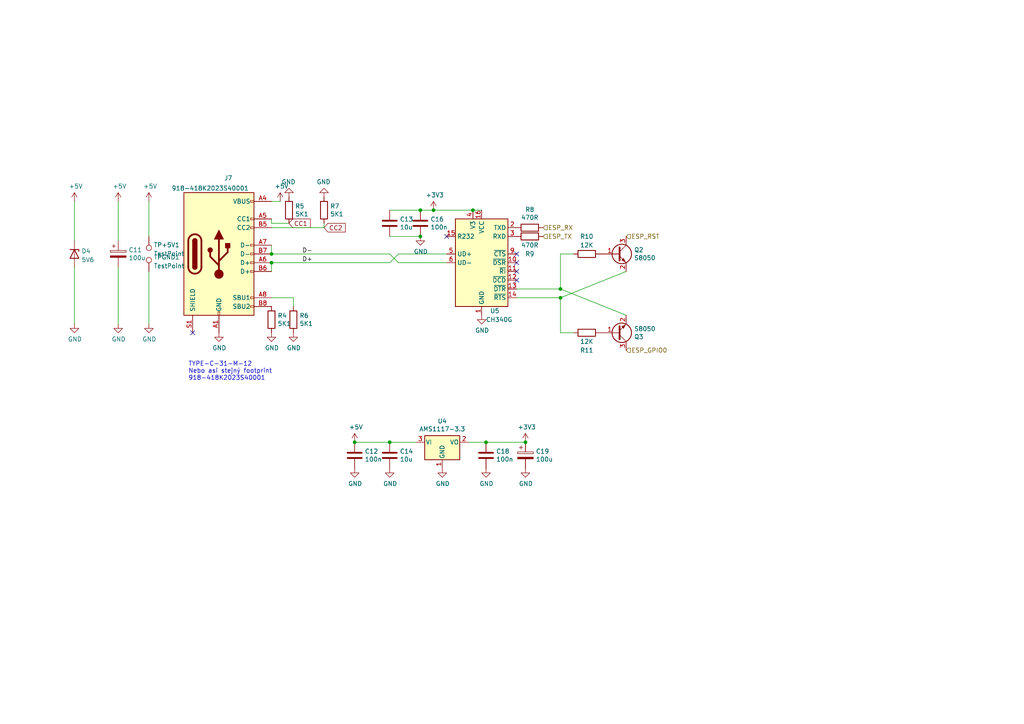
<source format=kicad_sch>
(kicad_sch (version 20211123) (generator eeschema)
  (paper "A4")
  (lib_symbols
    (symbol "Connector:TestPoint" (pin_numbers hide) (pin_names (offset 0.762) hide)
      (property "Reference" "TP" (at 0 6.858 0))
      (property "Value" "TestPoint" (at 0 5.08 0))
      (symbol "TestPoint_0_1"
        (circle (center 0 3.302) (radius 0.762))
      )
      (symbol "TestPoint_1_1"
        (pin passive line (at 0 0 90) (length 2.54) (name "1") (number "1"))
      )
    )
    (symbol "Connector:USB_C_Receptacle_USB2.0" (pin_names (offset 1.016))
      (property "Reference" "J" (at -10.16 19.05 0))
      (property "Value" "USB_C_Receptacle_USB2.0" (at 19.05 19.05 0))
      (symbol "USB_C_Receptacle_USB2.0_0_0"
        (rectangle (start -0.254 -17.78) (end 0.254 -16.764))
        (rectangle (start 10.16 -14.986) (end 9.144 -15.494))
        (rectangle (start 10.16 -12.446) (end 9.144 -12.954))
        (rectangle (start 10.16 -4.826) (end 9.144 -5.334))
        (rectangle (start 10.16 -2.286) (end 9.144 -2.794))
        (rectangle (start 10.16 0.254) (end 9.144 -0.254))
        (rectangle (start 10.16 2.794) (end 9.144 2.286))
        (rectangle (start 10.16 7.874) (end 9.144 7.366))
        (rectangle (start 10.16 10.414) (end 9.144 9.906))
        (rectangle (start 10.16 15.494) (end 9.144 14.986))
      )
      (symbol "USB_C_Receptacle_USB2.0_0_1"
        (rectangle (start -10.16 17.78) (end 10.16 -17.78) (stroke (width 0.254)) (fill (type background)))
        (arc (start -8.89 -3.81) (mid -6.985 -5.715) (end -5.08 -3.81) (stroke (width 0.508)))
        (arc (start -7.62 -3.81) (mid -6.985 -4.445) (end -6.35 -3.81) (stroke (width 0.254)))
        (arc (start -7.62 -3.81) (mid -6.985 -4.445) (end -6.35 -3.81) (stroke (width 0.254)) (fill (type outline)))
        (rectangle (start -7.62 -3.81) (end -6.35 3.81) (stroke (width 0.254)) (fill (type outline)))
        (arc (start -6.35 3.81) (mid -6.985 4.445) (end -7.62 3.81) (stroke (width 0.254)))
        (arc (start -6.35 3.81) (mid -6.985 4.445) (end -7.62 3.81) (stroke (width 0.254)) (fill (type outline)))
        (arc (start -5.08 3.81) (mid -6.985 5.715) (end -8.89 3.81) (stroke (width 0.508)))
        (circle (center -2.54 1.143) (radius 0.635) (stroke (width 0.254)) (fill (type outline)))
        (circle (center 0 -5.842) (radius 1.27) (fill (type outline)))
        (polyline (pts (xy -8.89 -3.81) (xy -8.89 3.81)) (stroke (width 0.508)))
        (polyline (pts (xy -5.08 3.81) (xy -5.08 -3.81)) (stroke (width 0.508)))
        (polyline (pts (xy 0 -5.842) (xy 0 4.318)) (stroke (width 0.508)))
        (polyline (pts (xy 0 -3.302) (xy -2.54 -0.762) (xy -2.54 0.508)) (stroke (width 0.508)))
        (polyline (pts (xy 0 -2.032) (xy 2.54 0.508) (xy 2.54 1.778)) (stroke (width 0.508)))
        (polyline (pts (xy -1.27 4.318) (xy 0 6.858) (xy 1.27 4.318) (xy -1.27 4.318)) (stroke (width 0.254)) (fill (type outline)))
        (rectangle (start 1.905 1.778) (end 3.175 3.048) (stroke (width 0.254)) (fill (type outline)))
      )
      (symbol "USB_C_Receptacle_USB2.0_1_1"
        (pin passive line (at 0 -22.86 90) (length 5.08) (name "GND") (number "A1"))
        (pin passive line (at 0 -22.86 90) (length 5.08) hide (name "GND") (number "A12"))
        (pin passive line (at 15.24 15.24 180) (length 5.08) (name "VBUS") (number "A4"))
        (pin bidirectional line (at 15.24 10.16 180) (length 5.08) (name "CC1") (number "A5"))
        (pin bidirectional line (at 15.24 -2.54 180) (length 5.08) (name "D+") (number "A6"))
        (pin bidirectional line (at 15.24 2.54 180) (length 5.08) (name "D-") (number "A7"))
        (pin bidirectional line (at 15.24 -12.7 180) (length 5.08) (name "SBU1") (number "A8"))
        (pin passive line (at 15.24 15.24 180) (length 5.08) hide (name "VBUS") (number "A9"))
        (pin passive line (at 0 -22.86 90) (length 5.08) hide (name "GND") (number "B1"))
        (pin passive line (at 0 -22.86 90) (length 5.08) hide (name "GND") (number "B12"))
        (pin passive line (at 15.24 15.24 180) (length 5.08) hide (name "VBUS") (number "B4"))
        (pin bidirectional line (at 15.24 7.62 180) (length 5.08) (name "CC2") (number "B5"))
        (pin bidirectional line (at 15.24 -5.08 180) (length 5.08) (name "D+") (number "B6"))
        (pin bidirectional line (at 15.24 0 180) (length 5.08) (name "D-") (number "B7"))
        (pin bidirectional line (at 15.24 -15.24 180) (length 5.08) (name "SBU2") (number "B8"))
        (pin passive line (at 15.24 15.24 180) (length 5.08) hide (name "VBUS") (number "B9"))
        (pin passive line (at -7.62 -22.86 90) (length 5.08) (name "SHIELD") (number "S1"))
      )
    )
    (symbol "Device:C" (pin_numbers hide) (pin_names (offset 0.254))
      (property "Reference" "C" (at 0.635 2.54 0))
      (property "Value" "C" (at 0.635 -2.54 0))
      (symbol "C_0_1"
        (polyline (pts (xy -2.032 -0.762) (xy 2.032 -0.762)) (stroke (width 0.508)))
        (polyline (pts (xy -2.032 0.762) (xy 2.032 0.762)) (stroke (width 0.508)))
      )
      (symbol "C_1_1"
        (pin passive line (at 0 3.81 270) (length 2.794) (name "~") (number "1"))
        (pin passive line (at 0 -3.81 90) (length 2.794) (name "~") (number "2"))
      )
    )
    (symbol "Device:C_Polarized" (pin_numbers hide) (pin_names (offset 0.254))
      (property "Reference" "C" (at 0.635 2.54 0))
      (property "Value" "C_Polarized" (at 0.635 -2.54 0))
      (symbol "C_Polarized_0_1"
        (rectangle (start -2.286 0.508) (end 2.286 1.016))
        (polyline (pts (xy -1.778 2.286) (xy -0.762 2.286)))
        (polyline (pts (xy -1.27 2.794) (xy -1.27 1.778)))
        (rectangle (start 2.286 -0.508) (end -2.286 -1.016) (fill (type outline)))
      )
      (symbol "C_Polarized_1_1"
        (pin passive line (at 0 3.81 270) (length 2.794) (name "~") (number "1"))
        (pin passive line (at 0 -3.81 90) (length 2.794) (name "~") (number "2"))
      )
    )
    (symbol "Device:D_Zener" (pin_numbers hide) (pin_names (offset 1.016) hide)
      (property "Reference" "D" (at 0 2.54 0))
      (property "Value" "D_Zener" (at 0 -2.54 0))
      (symbol "D_Zener_0_1"
        (polyline (pts (xy 1.27 0) (xy -1.27 0)))
        (polyline (pts (xy -1.27 -1.27) (xy -1.27 1.27) (xy -0.762 1.27)) (stroke (width 0.254)))
        (polyline (pts (xy 1.27 -1.27) (xy 1.27 1.27) (xy -1.27 0) (xy 1.27 -1.27)) (stroke (width 0.254)))
      )
      (symbol "D_Zener_1_1"
        (pin passive line (at -3.81 0 0) (length 2.54) (name "K") (number "1"))
        (pin passive line (at 3.81 0 180) (length 2.54) (name "A") (number "2"))
      )
    )
    (symbol "Device:Q_NPN_BEC" (pin_names (offset 0) hide)
      (property "Reference" "Q" (at 5.08 1.27 0))
      (property "Value" "Q_NPN_BEC" (at 5.08 -1.27 0))
      (symbol "Q_NPN_BEC_0_1"
        (polyline (pts (xy 0.635 0.635) (xy 2.54 2.54)))
        (polyline (pts (xy 0.635 -0.635) (xy 2.54 -2.54) (xy 2.54 -2.54)))
        (polyline (pts (xy 0.635 1.905) (xy 0.635 -1.905) (xy 0.635 -1.905)) (stroke (width 0.508)))
        (polyline (pts (xy 1.27 -1.778) (xy 1.778 -1.27) (xy 2.286 -2.286) (xy 1.27 -1.778) (xy 1.27 -1.778)) (fill (type outline)))
        (circle (center 1.27 0) (radius 2.8194) (stroke (width 0.254)))
      )
      (symbol "Q_NPN_BEC_1_1"
        (pin input line (at -5.08 0 0) (length 5.715) (name "B") (number "1"))
        (pin passive line (at 2.54 -5.08 90) (length 2.54) (name "E") (number "2"))
        (pin passive line (at 2.54 5.08 270) (length 2.54) (name "C") (number "3"))
      )
    )
    (symbol "Device:R" (pin_numbers hide) (pin_names (offset 0))
      (property "Reference" "R" (at 2.032 0 90))
      (property "Value" "R" (at 0 0 90))
      (symbol "R_0_1"
        (rectangle (start -1.016 -2.54) (end 1.016 2.54) (stroke (width 0.254)))
      )
      (symbol "R_1_1"
        (pin passive line (at 0 3.81 270) (length 1.27) (name "~") (number "1"))
        (pin passive line (at 0 -3.81 90) (length 1.27) (name "~") (number "2"))
      )
    )
    (symbol "Interface_USB:CH340C"
      (property "Reference" "U" (at -5.08 13.97 0))
      (property "Value" "CH340C" (at 1.27 13.97 0))
      (symbol "CH340C_0_1"
        (rectangle (start -7.62 12.7) (end 7.62 -12.7) (stroke (width 0.254)) (fill (type background)))
      )
      (symbol "CH340C_1_1"
        (pin power_in line (at 0 -15.24 90) (length 2.54) (name "GND") (number "1"))
        (pin input line (at 10.16 0 180) (length 2.54) (name "~{DSR}") (number "10"))
        (pin input line (at 10.16 -2.54 180) (length 2.54) (name "~{RI}") (number "11"))
        (pin input line (at 10.16 -5.08 180) (length 2.54) (name "~{DCD}") (number "12"))
        (pin output line (at 10.16 -7.62 180) (length 2.54) (name "~{DTR}") (number "13"))
        (pin output line (at 10.16 -10.16 180) (length 2.54) (name "~{RTS}") (number "14"))
        (pin input line (at -10.16 7.62 0) (length 2.54) (name "R232") (number "15"))
        (pin power_in line (at 0 15.24 270) (length 2.54) (name "VCC") (number "16"))
        (pin output line (at 10.16 10.16 180) (length 2.54) (name "TXD") (number "2"))
        (pin input line (at 10.16 7.62 180) (length 2.54) (name "RXD") (number "3"))
        (pin passive line (at -2.54 15.24 270) (length 2.54) (name "V3") (number "4"))
        (pin bidirectional line (at -10.16 2.54 0) (length 2.54) (name "UD+") (number "5"))
        (pin bidirectional line (at -10.16 0 0) (length 2.54) (name "UD-") (number "6"))
        (pin no_connect line (at -7.62 -7.62 0) (length 2.54) hide (name "NC") (number "7"))
        (pin no_connect line (at -7.62 -10.16 0) (length 2.54) hide (name "NC") (number "8"))
        (pin input line (at 10.16 2.54 180) (length 2.54) (name "~{CTS}") (number "9"))
      )
    )
    (symbol "Regulator_Linear:AMS1117-3.3" (pin_names (offset 0.254))
      (property "Reference" "U" (at -3.81 3.175 0))
      (property "Value" "AMS1117-3.3" (at 0 3.175 0))
      (symbol "AMS1117-3.3_0_1"
        (rectangle (start -5.08 -5.08) (end 5.08 1.905) (stroke (width 0.254)) (fill (type background)))
      )
      (symbol "AMS1117-3.3_1_1"
        (pin power_in line (at 0 -7.62 90) (length 2.54) (name "GND") (number "1"))
        (pin power_out line (at 7.62 0 180) (length 2.54) (name "VO") (number "2"))
        (pin power_in line (at -7.62 0 0) (length 2.54) (name "VI") (number "3"))
      )
    )
    (symbol "power:+3V3" (power) (pin_names (offset 0))
      (property "Value" "+3V3" (at 0 3.556 0))
      (symbol "+3V3_0_1"
        (polyline (pts (xy -0.762 1.27) (xy 0 2.54)))
        (polyline (pts (xy 0 0) (xy 0 2.54)))
        (polyline (pts (xy 0 2.54) (xy 0.762 1.27)))
      )
      (symbol "+3V3_1_1"
        (pin power_in line (at 0 0 90) (length 0) hide (name "+3V3") (number "1"))
      )
    )
    (symbol "power:+5V" (power) (pin_names (offset 0))
      (property "Value" "+5V" (at 0 3.556 0))
      (symbol "+5V_0_1"
        (polyline (pts (xy -0.762 1.27) (xy 0 2.54)))
        (polyline (pts (xy 0 0) (xy 0 2.54)))
        (polyline (pts (xy 0 2.54) (xy 0.762 1.27)))
      )
      (symbol "+5V_1_1"
        (pin power_in line (at 0 0 90) (length 0) hide (name "+5V") (number "1"))
      )
    )
    (symbol "power:GND" (power) (pin_names (offset 0))
      (property "Value" "GND" (at 0 -3.81 0))
      (symbol "GND_0_1"
        (polyline (pts (xy 0 0) (xy 0 -1.27) (xy 1.27 -1.27) (xy 0 -2.54) (xy -1.27 -1.27) (xy 0 -1.27)))
      )
      (symbol "GND_1_1"
        (pin power_in line (at 0 0 270) (length 0) hide (name "GND") (number "1"))
      )
    )
  )
  (junction (at 113.03 128.27))
  (junction (at 121.92 60.96))
  (junction (at 102.87 128.27))
  (junction (at 152.4 128.27))
  (junction (at 162.56 83.82))
  (junction (at 162.56 86.36))
  (junction (at 137.16 60.96))
  (junction (at 140.97 128.27))
  (junction (at 121.92 68.58))
  (junction (at 78.74 76.2))
  (junction (at 125.73 60.96))
  (junction (at 78.74 73.66))
  (no_connect (at 129.54 68.58))
  (no_connect (at 149.86 81.28))
  (no_connect (at 55.88 96.52))
  (no_connect (at 149.86 78.74))
  (no_connect (at 149.86 76.2))
  (no_connect (at 149.86 73.66))
  (wire (pts (xy 93.98 66.04) (xy 93.98 64.77)))
  (wire (pts (xy 78.74 76.2) (xy 113.03 76.2)))
  (wire (pts (xy 113.03 76.2) (xy 115.57 73.66)))
  (wire (pts (xy 113.03 73.66) (xy 115.57 76.2)))
  (wire (pts (xy 149.86 86.36) (xy 162.56 86.36)))
  (wire (pts (xy 43.18 78.74) (xy 43.18 93.98)))
  (wire (pts (xy 21.59 58.42) (xy 21.59 69.85)))
  (wire (pts (xy 181.61 78.74) (xy 162.56 86.36)))
  (wire (pts (xy 166.37 96.52) (xy 162.56 96.52)))
  (wire (pts (xy 43.18 58.42) (xy 43.18 68.58)))
  (wire (pts (xy 21.59 77.47) (xy 21.59 93.98)))
  (wire (pts (xy 85.09 86.36) (xy 78.74 86.36)))
  (wire (pts (xy 162.56 86.36) (xy 162.56 96.52)))
  (wire (pts (xy 135.89 128.27) (xy 140.97 128.27)))
  (wire (pts (xy 83.82 64.77) (xy 78.74 64.77)))
  (wire (pts (xy 137.16 60.96) (xy 125.73 60.96)))
  (wire (pts (xy 125.73 60.96) (xy 121.92 60.96)))
  (wire (pts (xy 113.03 73.66) (xy 78.74 73.66)))
  (wire (pts (xy 139.7 60.96) (xy 137.16 60.96)))
  (wire (pts (xy 78.74 64.77) (xy 78.74 63.5)))
  (wire (pts (xy 81.28 58.42) (xy 78.74 58.42)))
  (wire (pts (xy 149.86 83.82) (xy 162.56 83.82)))
  (wire (pts (xy 162.56 83.82) (xy 181.61 91.44)))
  (wire (pts (xy 78.74 76.2) (xy 78.74 78.74)))
  (wire (pts (xy 34.29 77.47) (xy 34.29 93.98)))
  (wire (pts (xy 115.57 73.66) (xy 129.54 73.66)))
  (wire (pts (xy 162.56 73.66) (xy 166.37 73.66)))
  (wire (pts (xy 85.09 88.9) (xy 85.09 86.36)))
  (wire (pts (xy 140.97 128.27) (xy 152.4 128.27)))
  (wire (pts (xy 129.54 76.2) (xy 115.57 76.2)))
  (wire (pts (xy 113.03 60.96) (xy 121.92 60.96)))
  (wire (pts (xy 78.74 66.04) (xy 93.98 66.04)))
  (wire (pts (xy 34.29 58.42) (xy 34.29 69.85)))
  (wire (pts (xy 162.56 73.66) (xy 162.56 83.82)))
  (wire (pts (xy 78.74 73.66) (xy 78.74 71.12)))
  (wire (pts (xy 113.03 128.27) (xy 102.87 128.27)))
  (wire (pts (xy 120.65 128.27) (xy 113.03 128.27)))
  (wire (pts (xy 121.92 68.58) (xy 113.03 68.58)))
  (text "TYPE-C-31-M-12\nNebo asi stejný footprint\n918-418K2023S40001" (at 54.61 110.49 0) (effects (font (size 1.27 1.27)) (justify left bottom)))
  (label "D+" (at 87.63 76.2 0))
  (label "D-" (at 87.63 73.66 0))
  (global_label "CC1" (shape input) (at 83.82 64.77 0) (property "Intersheet References" "${INTERSHEET_REFS}" (effects hide)))
  (global_label "CC2" (shape input) (at 93.98 66.04 0) (property "Intersheet References" "${INTERSHEET_REFS}" (effects hide)))
  (hierarchical_label "ESP_RST" (shape input) (at 181.61 68.58 0))
  (hierarchical_label "ESP_TX" (shape input) (at 157.48 68.58 0))
  (hierarchical_label "ESP_RX" (shape input) (at 157.48 66.04 0))
  (hierarchical_label "ESP_GPIO0" (shape input) (at 181.61 101.6 0))
  (symbol (lib_id "power:GND") (at 121.92 68.58 0) (unit 1)
    (property "Reference" "#PWR0141" (effects hide))
    (property "Value" "GND" (at 122.047 72.9742 0))
  )
  (symbol (lib_id "power:GND") (at 152.4 135.89 0) (unit 1)
    (property "Reference" "#PWR0150" (effects hide))
    (property "Value" "GND" (at 152.527 140.2842 0))
  )
  (symbol (lib_id "power:+5V") (at 43.18 58.42 0) (unit 1)
    (property "Reference" "#PWR0179" (effects hide))
    (property "Value" "+5V" (at 43.561 54.0258 0))
  )
  (symbol (lib_id "Device:C") (at 102.87 132.08 0) (unit 1)
    (property "Reference" "C12" (at 105.791 130.9116 0) (effects (justify left)))
    (property "Value" "100n" (at 105.791 133.223 0) (effects (justify left)))
    (property "Footprint" "Capacitor_SMD:C_0603_1608Metric" (effects hide))
    (property "LCSC" "C14663" (effects hide))
  )
  (symbol (lib_id "power:GND") (at 85.09 96.52 0) (unit 1)
    (property "Reference" "#PWR0153" (effects hide))
    (property "Value" "GND" (at 85.217 100.9142 0))
  )
  (symbol (lib_id "power:+5V") (at 21.59 58.42 0) (unit 1)
    (property "Reference" "#PWR0175" (effects hide))
    (property "Value" "+5V" (at 21.971 54.0258 0))
  )
  (symbol (lib_id "Device:R") (at 170.18 96.52 270) (unit 1)
    (property "Reference" "R11" (at 170.18 101.6 90))
    (property "Value" "12K" (at 170.18 99.06 90))
    (property "Footprint" "Resistor_SMD:R_0603_1608Metric" (effects hide))
    (property "LCSC" "C22790" (effects hide))
  )
  (symbol (lib_id "power:GND") (at 83.82 57.15 180) (unit 1)
    (property "Reference" "#PWR0159" (effects hide))
    (property "Value" "GND" (at 83.693 52.7558 0))
  )
  (symbol (lib_id "Device:C") (at 113.03 64.77 0) (unit 1)
    (property "Reference" "C13" (at 115.951 63.6016 0) (effects (justify left)))
    (property "Value" "10u" (at 115.951 65.913 0) (effects (justify left)))
    (property "Footprint" "Capacitor_SMD:C_0603_1608Metric" (effects hide))
    (property "LCSC" "C19702" (effects hide))
  )
  (symbol (lib_id "power:GND") (at 128.27 135.89 0) (unit 1)
    (property "Reference" "#PWR0147" (effects hide))
    (property "Value" "GND" (at 128.397 140.2842 0))
  )
  (symbol (lib_id "Device:D_Zener") (at 21.59 73.66 270) (unit 1)
    (property "Reference" "D4" (at 23.622 72.8253 90) (effects (justify left)))
    (property "Value" "5V6" (at 23.622 75.3622 90) (effects (justify left)))
    (property "Footprint" "Diode_SMD:D_MiniMELF" (effects hide))
    (property "LCSC" "C8062" (effects hide))
  )
  (symbol (lib_id "Connector:USB_C_Receptacle_USB2.0") (at 63.5 73.66 0) (unit 1)
    (property "Reference" "J7" (at 66.2178 51.6382 0))
    (property "Value" "918-418K2023S40001" (at 60.96 54.61 0))
    (property "Footprint" "Connector_USB:USB_C_Receptacle_HRO_TYPE-C-31-M-12" (effects hide))
    (property "Datasheet" "https://datasheet.lcsc.com/szlcsc/1811131825_Korean-Hroparts-Elec-TYPE-C-31-M-12_C165948.pdf" (effects hide))
    (property "LCSC" "C167321" (effects hide))
  )
  (symbol (lib_id "power:+3V3") (at 152.4 128.27 0) (unit 1)
    (property "Reference" "#PWR0151" (effects hide))
    (property "Value" "+3V3" (at 152.781 123.8758 0))
  )
  (symbol (lib_id "Connector:TestPoint") (at 43.18 78.74 0) (unit 1)
    (property "Reference" "TPGND1" (at 44.577 74.6033 0) (effects (justify left)))
    (property "Value" "TestPoint" (at 44.577 77.1402 0) (effects (justify left)))
    (property "Footprint" "Connector_Wire:SolderWirePad_1x01_SMD_1x2mm" (effects hide))
  )
  (symbol (lib_id "Device:C") (at 113.03 132.08 0) (unit 1)
    (property "Reference" "C14" (at 115.951 130.9116 0) (effects (justify left)))
    (property "Value" "10u" (at 115.951 133.223 0) (effects (justify left)))
    (property "Footprint" "Capacitor_SMD:C_0805_2012Metric" (effects hide))
    (property "LCSC" "C15850" (effects hide))
  )
  (symbol (lib_id "Device:R") (at 153.67 68.58 270) (unit 1)
    (property "Reference" "R9" (at 153.67 73.66 90))
    (property "Value" "470R" (at 153.67 71.12 90))
    (property "Footprint" "Resistor_SMD:R_0603_1608Metric" (effects hide))
    (property "LCSC" "C23179" (effects hide))
  )
  (symbol (lib_id "power:+5V") (at 102.87 128.27 0) (unit 1)
    (property "Reference" "#PWR0145" (effects hide))
    (property "Value" "+5V" (at 103.251 123.8758 0))
  )
  (symbol (lib_id "Device:Q_NPN_BEC") (at 179.07 96.52 0) (mirror x) (unit 1)
    (property "Reference" "Q3" (at 183.896 97.6884 0) (effects (justify left)))
    (property "Value" "S8050" (at 183.896 95.377 0) (effects (justify left)))
    (property "Footprint" "Package_TO_SOT_SMD:SOT-23" (effects hide))
    (property "Datasheet" "https://datasheet.lcsc.com/szlcsc/Changjiang-Electronics-Tech-CJ-S8050_C2146.pdf" (effects hide))
    (property "LCSC" "C2146" (effects hide))
  )
  (symbol (lib_id "power:GND") (at 34.29 93.98 0) (unit 1)
    (property "Reference" "#PWR0155" (effects hide))
    (property "Value" "GND" (at 34.417 98.3742 0))
  )
  (symbol (lib_id "Interface_USB:CH340C") (at 139.7 76.2 0) (unit 1)
    (property "Reference" "U5" (at 143.51 90.17 0))
    (property "Value" "CH340G" (at 144.78 92.71 0))
    (property "Footprint" "Package_SO:SOIC-16_3.9x9.9mm_P1.27mm" (effects hide))
    (property "Datasheet" "https://datasheet.lcsc.com/szlcsc/Jiangsu-Qin-Heng-CH340C_C84681.pdf" (effects hide))
    (property "LCSC" "C84681" (effects hide))
  )
  (symbol (lib_id "Device:C") (at 121.92 64.77 0) (unit 1)
    (property "Reference" "C16" (at 124.841 63.6016 0) (effects (justify left)))
    (property "Value" "100n" (at 124.841 65.913 0) (effects (justify left)))
    (property "Footprint" "Capacitor_SMD:C_0603_1608Metric" (effects hide))
    (property "LCSC" "C14663" (effects hide))
  )
  (symbol (lib_id "power:GND") (at 113.03 135.89 0) (unit 1)
    (property "Reference" "#PWR0148" (effects hide))
    (property "Value" "GND" (at 113.157 140.2842 0))
  )
  (symbol (lib_id "power:+5V") (at 81.28 58.42 0) (unit 1)
    (property "Reference" "#PWR0160" (effects hide))
    (property "Value" "+5V" (at 81.661 54.0258 0))
  )
  (symbol (lib_id "power:GND") (at 78.74 96.52 0) (unit 1)
    (property "Reference" "#PWR0152" (effects hide))
    (property "Value" "GND" (at 78.867 100.9142 0))
  )
  (symbol (lib_id "power:GND") (at 21.59 93.98 0) (unit 1)
    (property "Reference" "#PWR0174" (effects hide))
    (property "Value" "GND" (at 21.717 98.3742 0))
  )
  (symbol (lib_id "power:+5V") (at 34.29 58.42 0) (unit 1)
    (property "Reference" "#PWR0156" (effects hide))
    (property "Value" "+5V" (at 34.671 54.0258 0))
  )
  (symbol (lib_id "Device:C") (at 140.97 132.08 0) (unit 1)
    (property "Reference" "C18" (at 143.891 130.9116 0) (effects (justify left)))
    (property "Value" "100n" (at 143.891 133.223 0) (effects (justify left)))
    (property "Footprint" "Capacitor_SMD:C_0603_1608Metric" (effects hide))
    (property "LCSC" "C14663" (effects hide))
  )
  (symbol (lib_id "power:GND") (at 93.98 57.15 180) (unit 1)
    (property "Reference" "#PWR0158" (effects hide))
    (property "Value" "GND" (at 93.853 52.7558 0))
  )
  (symbol (lib_id "power:GND") (at 102.87 135.89 0) (unit 1)
    (property "Reference" "#PWR0146" (effects hide))
    (property "Value" "GND" (at 102.997 140.2842 0))
  )
  (symbol (lib_id "Device:Q_NPN_BEC") (at 179.07 73.66 0) (unit 1)
    (property "Reference" "Q2" (at 183.896 72.4916 0) (effects (justify left)))
    (property "Value" "S8050" (at 183.896 74.803 0) (effects (justify left)))
    (property "Footprint" "Package_TO_SOT_SMD:SOT-23" (effects hide))
    (property "Datasheet" "https://datasheet.lcsc.com/szlcsc/Changjiang-Electronics-Tech-CJ-S8050_C2146.pdf" (effects hide))
    (property "LCSC" "C2146" (effects hide))
  )
  (symbol (lib_id "Device:R") (at 85.09 92.71 0) (unit 1)
    (property "Reference" "R6" (at 86.868 91.5416 0) (effects (justify left)))
    (property "Value" "5K1" (at 86.868 93.853 0) (effects (justify left)))
    (property "Footprint" "Resistor_SMD:R_0603_1608Metric" (effects hide))
    (property "LCSC" "C23186" (effects hide))
  )
  (symbol (lib_id "Connector:TestPoint") (at 43.18 68.58 180) (unit 1)
    (property "Reference" "TP+5V1" (at 44.577 71.0473 0) (effects (justify right)))
    (property "Value" "TestPoint" (at 44.577 73.5842 0) (effects (justify right)))
    (property "Footprint" "Connector_Wire:SolderWirePad_1x01_SMD_1x2mm" (effects hide))
  )
  (symbol (lib_id "power:GND") (at 139.7 91.44 0) (unit 1)
    (property "Reference" "#PWR0143" (effects hide))
    (property "Value" "GND" (at 139.827 95.8342 0))
  )
  (symbol (lib_id "Device:C_Polarized") (at 152.4 132.08 0) (unit 1)
    (property "Reference" "C19" (at 155.3972 130.9116 0) (effects (justify left)))
    (property "Value" "100u" (at 155.3972 133.223 0) (effects (justify left)))
    (property "Footprint" "Capacitor_THT:CP_Radial_D5.0mm_P2.00mm" (effects hide))
    (property "LCSC" "C43803" (effects hide))
  )
  (symbol (lib_id "Device:R") (at 83.82 60.96 0) (unit 1)
    (property "Reference" "R5" (at 85.598 59.7916 0) (effects (justify left)))
    (property "Value" "5K1" (at 85.598 62.103 0) (effects (justify left)))
    (property "Footprint" "Resistor_SMD:R_0603_1608Metric" (effects hide))
    (property "LCSC" "C23186" (effects hide))
  )
  (symbol (lib_id "Device:R") (at 78.74 92.71 0) (unit 1)
    (property "Reference" "R4" (at 80.518 91.5416 0) (effects (justify left)))
    (property "Value" "5K1" (at 80.518 93.853 0) (effects (justify left)))
    (property "Footprint" "Resistor_SMD:R_0603_1608Metric" (effects hide))
    (property "LCSC" "C23186" (effects hide))
  )
  (symbol (lib_id "power:GND") (at 43.18 93.98 0) (unit 1)
    (property "Reference" "#PWR0178" (effects hide))
    (property "Value" "GND" (at 43.307 98.3742 0))
  )
  (symbol (lib_id "Regulator_Linear:AMS1117-3.3") (at 128.27 128.27 0) (unit 1)
    (property "Reference" "U4" (at 128.27 122.1232 0))
    (property "Value" "AMS1117-3.3" (at 128.27 124.4346 0))
    (property "Footprint" "Package_TO_SOT_SMD:SOT-223-3_TabPin2" (effects hide))
    (property "Datasheet" "http://www.advanced-monolithic.com/pdf/ds1117.pdf" (effects hide))
    (property "LCSC" "C6186" (effects hide))
  )
  (symbol (lib_id "power:+3V3") (at 125.73 60.96 0) (unit 1)
    (property "Reference" "#PWR0142" (effects hide))
    (property "Value" "+3V3" (at 126.111 56.5658 0))
  )
  (symbol (lib_id "power:GND") (at 140.97 135.89 0) (unit 1)
    (property "Reference" "#PWR0144" (effects hide))
    (property "Value" "GND" (at 141.097 140.2842 0))
  )
  (symbol (lib_id "power:GND") (at 63.5 96.52 0) (unit 1)
    (property "Reference" "#PWR0157" (effects hide))
    (property "Value" "GND" (at 63.627 100.9142 0))
  )
  (symbol (lib_id "Device:R") (at 170.18 73.66 270) (unit 1)
    (property "Reference" "R10" (at 170.18 68.58 90))
    (property "Value" "12K" (at 170.18 71.12 90))
    (property "Footprint" "Resistor_SMD:R_0603_1608Metric" (effects hide))
    (property "LCSC" "C22790" (effects hide))
  )
  (symbol (lib_id "Device:C_Polarized") (at 34.29 73.66 0) (unit 1)
    (property "Reference" "C11" (at 37.2872 72.4916 0) (effects (justify left)))
    (property "Value" "100u" (at 37.2872 74.803 0) (effects (justify left)))
    (property "Footprint" "Capacitor_THT:CP_Radial_D5.0mm_P2.00mm" (effects hide))
    (property "LCSC" "C43803" (effects hide))
  )
  (symbol (lib_id "Device:R") (at 93.98 60.96 0) (unit 1)
    (property "Reference" "R7" (at 95.758 59.7916 0) (effects (justify left)))
    (property "Value" "5K1" (at 95.758 62.103 0) (effects (justify left)))
    (property "Footprint" "Resistor_SMD:R_0603_1608Metric" (effects hide))
    (property "LCSC" "C23186" (effects hide))
  )
  (symbol (lib_id "Device:R") (at 153.67 66.04 270) (unit 1)
    (property "Reference" "R8" (at 153.67 60.7822 90))
    (property "Value" "470R" (at 153.67 63.0936 90))
    (property "Footprint" "Resistor_SMD:R_0603_1608Metric" (effects hide))
    (property "LCSC" "C23179" (effects hide))
  )
)
</source>
